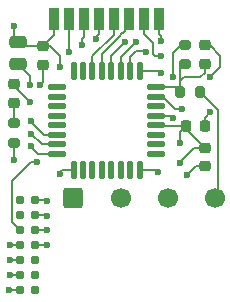
<source format=gbr>
%TF.GenerationSoftware,KiCad,Pcbnew,9.0.3*%
%TF.CreationDate,2025-07-11T23:11:04-05:00*%
%TF.ProjectId,Watch_PCB,57617463-685f-4504-9342-2e6b69636164,rev?*%
%TF.SameCoordinates,Original*%
%TF.FileFunction,Copper,L1,Top*%
%TF.FilePolarity,Positive*%
%FSLAX46Y46*%
G04 Gerber Fmt 4.6, Leading zero omitted, Abs format (unit mm)*
G04 Created by KiCad (PCBNEW 9.0.3) date 2025-07-11 23:11:04*
%MOMM*%
%LPD*%
G01*
G04 APERTURE LIST*
G04 Aperture macros list*
%AMRoundRect*
0 Rectangle with rounded corners*
0 $1 Rounding radius*
0 $2 $3 $4 $5 $6 $7 $8 $9 X,Y pos of 4 corners*
0 Add a 4 corners polygon primitive as box body*
4,1,4,$2,$3,$4,$5,$6,$7,$8,$9,$2,$3,0*
0 Add four circle primitives for the rounded corners*
1,1,$1+$1,$2,$3*
1,1,$1+$1,$4,$5*
1,1,$1+$1,$6,$7*
1,1,$1+$1,$8,$9*
0 Add four rect primitives between the rounded corners*
20,1,$1+$1,$2,$3,$4,$5,0*
20,1,$1+$1,$4,$5,$6,$7,0*
20,1,$1+$1,$6,$7,$8,$9,0*
20,1,$1+$1,$8,$9,$2,$3,0*%
G04 Aperture macros list end*
%TA.AperFunction,SMDPad,CuDef*%
%ADD10RoundRect,0.200000X-0.275000X0.200000X-0.275000X-0.200000X0.275000X-0.200000X0.275000X0.200000X0*%
%TD*%
%TA.AperFunction,SMDPad,CuDef*%
%ADD11RoundRect,0.125000X0.125000X0.625000X-0.125000X0.625000X-0.125000X-0.625000X0.125000X-0.625000X0*%
%TD*%
%TA.AperFunction,SMDPad,CuDef*%
%ADD12RoundRect,0.125000X0.625000X0.125000X-0.625000X0.125000X-0.625000X-0.125000X0.625000X-0.125000X0*%
%TD*%
%TA.AperFunction,SMDPad,CuDef*%
%ADD13R,0.900000X1.900000*%
%TD*%
%TA.AperFunction,SMDPad,CuDef*%
%ADD14RoundRect,0.225000X0.250000X-0.225000X0.250000X0.225000X-0.250000X0.225000X-0.250000X-0.225000X0*%
%TD*%
%TA.AperFunction,SMDPad,CuDef*%
%ADD15RoundRect,0.225000X0.225000X0.250000X-0.225000X0.250000X-0.225000X-0.250000X0.225000X-0.250000X0*%
%TD*%
%TA.AperFunction,SMDPad,CuDef*%
%ADD16RoundRect,0.250000X0.475000X-0.250000X0.475000X0.250000X-0.475000X0.250000X-0.475000X-0.250000X0*%
%TD*%
%TA.AperFunction,SMDPad,CuDef*%
%ADD17RoundRect,0.200000X0.200000X0.275000X-0.200000X0.275000X-0.200000X-0.275000X0.200000X-0.275000X0*%
%TD*%
%TA.AperFunction,SMDPad,CuDef*%
%ADD18RoundRect,0.200000X0.275000X-0.200000X0.275000X0.200000X-0.275000X0.200000X-0.275000X-0.200000X0*%
%TD*%
%TA.AperFunction,ComponentPad*%
%ADD19C,1.700000*%
%TD*%
%TA.AperFunction,ComponentPad*%
%ADD20RoundRect,0.250000X-0.600000X-0.600000X0.600000X-0.600000X0.600000X0.600000X-0.600000X0.600000X0*%
%TD*%
%TA.AperFunction,SMDPad,CuDef*%
%ADD21O,0.787000X0.787000*%
%TD*%
%TA.AperFunction,SMDPad,CuDef*%
%ADD22RoundRect,0.218750X-0.256250X0.218750X-0.256250X-0.218750X0.256250X-0.218750X0.256250X0.218750X0*%
%TD*%
%TA.AperFunction,SMDPad,CuDef*%
%ADD23RoundRect,0.225000X-0.250000X0.225000X-0.250000X-0.225000X0.250000X-0.225000X0.250000X0.225000X0*%
%TD*%
%TA.AperFunction,ViaPad*%
%ADD24C,0.600000*%
%TD*%
%TA.AperFunction,Conductor*%
%ADD25C,0.200000*%
%TD*%
G04 APERTURE END LIST*
D10*
%TO.P,1k1,1*%
%TO.N,Net-(D1-A)*%
X53200000Y-69925000D03*
%TO.P,1k1,2*%
%TO.N,Net-(U1-PB8)*%
X53200000Y-71575000D03*
%TD*%
D11*
%TO.P,U1,32,PB8*%
%TO.N,Net-(U1-PB8)*%
X63875000Y-73875000D03*
%TO.P,U1,31,PB7*%
%TO.N,unconnected-(U1-PB7-Pad31)*%
X63075000Y-73875000D03*
%TO.P,U1,30,PB6*%
%TO.N,unconnected-(U1-PB6-Pad30)*%
X62275000Y-73875000D03*
%TO.P,U1,29,PB5*%
%TO.N,unconnected-(U1-PB5-Pad29)*%
X61475000Y-73875000D03*
%TO.P,U1,28,PB4*%
%TO.N,unconnected-(U1-PB4-Pad28)*%
X60675000Y-73875000D03*
%TO.P,U1,27,PB3*%
%TO.N,unconnected-(U1-PB3-Pad27)*%
X59875000Y-73875000D03*
%TO.P,U1,26,PA15*%
%TO.N,unconnected-(U1-PA15-Pad26)*%
X59075000Y-73875000D03*
%TO.P,U1,25,PA14*%
%TO.N,Net-(U1-PA14)*%
X58275000Y-73875000D03*
D12*
%TO.P,U1,24,PA13*%
%TO.N,Net-(U1-PA13)*%
X56900000Y-72500000D03*
%TO.P,U1,23,PA10/PA12*%
%TO.N,Net-(J4-T_VCP_RX)*%
X56900000Y-71700000D03*
%TO.P,U1,22,PA9/PA11*%
%TO.N,Net-(J4-T_VCP_TX)*%
X56900000Y-70900000D03*
%TO.P,U1,21,NC/PA10*%
%TO.N,unconnected-(U1-NC{slash}PA10-Pad21)*%
X56900000Y-70100000D03*
%TO.P,U1,20,PC6*%
%TO.N,unconnected-(U1-PC6-Pad20)*%
X56900000Y-69300000D03*
%TO.P,U1,19,NC/PA9*%
%TO.N,unconnected-(U1-NC{slash}PA9-Pad19)*%
X56900000Y-68500000D03*
%TO.P,U1,18,PA8*%
%TO.N,unconnected-(U1-PA8-Pad18)*%
X56900000Y-67700000D03*
%TO.P,U1,17,PB2*%
%TO.N,unconnected-(U1-PB2-Pad17)*%
X56900000Y-66900000D03*
D11*
%TO.P,U1,16,PB1*%
%TO.N,unconnected-(U1-PB1-Pad16)*%
X58275000Y-65525000D03*
%TO.P,U1,15,PB0*%
%TO.N,unconnected-(U1-PB0-Pad15)*%
X59075000Y-65525000D03*
%TO.P,U1,14,PA7*%
%TO.N,Net-(U1-PA7)*%
X59875000Y-65525000D03*
%TO.P,U1,13,PA6*%
%TO.N,Net-(U1-PA6)*%
X60675000Y-65525000D03*
%TO.P,U1,12,PA5*%
%TO.N,Net-(U1-PA5)*%
X61475000Y-65525000D03*
%TO.P,U1,11,PA4*%
%TO.N,Net-(U1-PA4)*%
X62275000Y-65525000D03*
%TO.P,U1,10,PA3*%
%TO.N,Net-(U1-PA3)*%
X63075000Y-65525000D03*
%TO.P,U1,9,PA2*%
%TO.N,Net-(J4-T_NRST)*%
X63875000Y-65525000D03*
D12*
%TO.P,U1,8,PA1*%
%TO.N,Net-(U1-PA1)*%
X65250000Y-66900000D03*
%TO.P,U1,7,PA0*%
%TO.N,Net-(U1-PA0)*%
X65250000Y-67700000D03*
%TO.P,U1,6,PF2*%
%TO.N,unconnected-(U1-PF2-Pad6)*%
X65250000Y-68500000D03*
%TO.P,U1,5,VSS*%
%TO.N,GND*%
X65250000Y-69300000D03*
%TO.P,U1,4,VDD*%
%TO.N,+3.3V*%
X65250000Y-70100000D03*
%TO.P,U1,3,PC15*%
%TO.N,unconnected-(U1-PC15-Pad3)*%
X65250000Y-70900000D03*
%TO.P,U1,2,PC14*%
%TO.N,unconnected-(U1-PC14-Pad2)*%
X65250000Y-71700000D03*
%TO.P,U1,1,PB9*%
%TO.N,unconnected-(U1-PB9-Pad1)*%
X65250000Y-72500000D03*
%TD*%
D13*
%TO.P,U3,8,GND*%
%TO.N,GND*%
X65511600Y-61061500D03*
%TO.P,U3,7,IRQ*%
%TO.N,Net-(U1-PA0)*%
X64241600Y-61061500D03*
%TO.P,U3,6,MISO*%
%TO.N,Net-(U1-PA6)*%
X62971600Y-61061500D03*
%TO.P,U3,5,MOSI*%
%TO.N,Net-(U1-PA7)*%
X61701600Y-61061500D03*
%TO.P,U3,4,SCK*%
%TO.N,Net-(U1-PA5)*%
X60431600Y-61061500D03*
%TO.P,U3,3,CSN*%
%TO.N,Net-(U1-PA4)*%
X59161600Y-61061500D03*
%TO.P,U3,2,CE*%
%TO.N,Net-(U1-PA3)*%
X57891600Y-61061500D03*
%TO.P,U3,1,VCC*%
%TO.N,+3.3V*%
X56621600Y-61061500D03*
%TD*%
D14*
%TO.P,1uF1,1*%
%TO.N,GND*%
X69400000Y-73575000D03*
%TO.P,1uF1,2*%
%TO.N,+3.3V*%
X69400000Y-72025000D03*
%TD*%
D15*
%TO.P,100nF1,1*%
%TO.N,GND*%
X69375000Y-70150000D03*
%TO.P,100nF1,2*%
%TO.N,+3.3V*%
X67825000Y-70150000D03*
%TD*%
D16*
%TO.P,4.7uF1,1*%
%TO.N,GND*%
X53580000Y-64930000D03*
%TO.P,4.7uF1,2*%
%TO.N,+3.3V*%
X53580000Y-63030000D03*
%TD*%
D14*
%TO.P,100pF1,2*%
%TO.N,GND*%
X69400000Y-63325000D03*
%TO.P,100pF1,1*%
%TO.N,Net-(U1-PA1)*%
X69400000Y-64875000D03*
%TD*%
D17*
%TO.P,10k1,1*%
%TO.N,Net-(J3-PIEZO_SIG)*%
X68975000Y-67250000D03*
%TO.P,10k1,2*%
%TO.N,Net-(U1-PA1)*%
X67325000Y-67250000D03*
%TD*%
D18*
%TO.P,1M1,1*%
%TO.N,Net-(U1-PA1)*%
X67750000Y-64925000D03*
%TO.P,1M1,2*%
%TO.N,GND*%
X67750000Y-63275000D03*
%TD*%
D19*
%TO.P,J3,4,PIEZO_SIG*%
%TO.N,Net-(J3-PIEZO_SIG)*%
X70250000Y-76250000D03*
%TO.P,J3,3,PIEZO_GND*%
%TO.N,GND*%
X66250000Y-76250000D03*
%TO.P,J3,2,VBAT-*%
X62250000Y-76250000D03*
D20*
%TO.P,J3,1,VBAT+*%
%TO.N,+3.3V*%
X58250000Y-76250000D03*
%TD*%
D21*
%TO.P,J4,1,Reserved*%
%TO.N,unconnected-(J4-Reserved-Pad1)*%
X53730000Y-76440000D03*
%TO.P,J4,2,Reserved*%
%TO.N,unconnected-(J4-Reserved-Pad2)*%
X53730000Y-77710000D03*
%TO.P,J4,3,T_VCC*%
%TO.N,+3.3V*%
X53730000Y-78980000D03*
%TO.P,J4,4*%
%TO.N,Net-(U1-PA13)*%
X53730000Y-80250000D03*
%TO.P,J4,5,GND*%
%TO.N,GND*%
X53730000Y-81520000D03*
%TO.P,J4,6,T_JTDO/T_SWO*%
%TO.N,Net-(U1-PA14)*%
X53730000Y-82790000D03*
%TO.P,J4,7,GND*%
%TO.N,GND*%
X53730000Y-84060000D03*
%TO.P,J4,8,T_JTDO/T_SWO*%
%TO.N,unconnected-(J4-T_JTDO{slash}T_SWO-Pad8)*%
X55000000Y-84060000D03*
%TO.P,J4,9*%
%TO.N,unconnected-(J4-Pad9)*%
X55000000Y-82790000D03*
%TO.P,J4,10,T_JTDI/NC*%
%TO.N,unconnected-(J4-T_JTDI{slash}NC-Pad10)*%
X55000000Y-81520000D03*
%TO.P,J4,11,GNDDETECT*%
%TO.N,GND*%
X55000000Y-80250000D03*
%TO.P,J4,12,T_NRST*%
%TO.N,Net-(J4-T_NRST)*%
X55000000Y-78980000D03*
%TO.P,J4,13,T_VCP_RX*%
%TO.N,Net-(J4-T_VCP_RX)*%
X55000000Y-77710000D03*
%TO.P,J4,14,T_VCP_TX*%
%TO.N,Net-(J4-T_VCP_TX)*%
X55000000Y-76440000D03*
%TD*%
D22*
%TO.P,D1,1,K*%
%TO.N,GND*%
X53250000Y-66612500D03*
%TO.P,D1,2,A*%
%TO.N,Net-(D1-A)*%
X53250000Y-68187500D03*
%TD*%
D23*
%TO.P,100nF2,1*%
%TO.N,+3.3V*%
X55650000Y-63425000D03*
%TO.P,100nF2,2*%
%TO.N,GND*%
X55650000Y-64975000D03*
%TD*%
D24*
%TO.N,GND*%
X69860933Y-66034111D03*
X54550000Y-68100000D03*
X66700000Y-69500000D03*
%TO.N,Net-(U1-PB8)*%
X53250000Y-73000000D03*
X65450000Y-74050000D03*
%TO.N,+3.3V*%
X55200000Y-73200000D03*
%TO.N,GND*%
X54550000Y-66650000D03*
X55400000Y-66650000D03*
%TO.N,+3.3V*%
X57100000Y-65200000D03*
X53250000Y-61700000D03*
%TO.N,Net-(U1-PA4)*%
X63600000Y-63050000D03*
%TO.N,Net-(U1-PA5)*%
X62650000Y-63050000D03*
%TO.N,Net-(U1-PA3)*%
X64400000Y-63900000D03*
%TO.N,Net-(U1-PA0)*%
X67450000Y-68750000D03*
%TO.N,GND*%
X66725000Y-66000000D03*
X65700000Y-62950000D03*
%TO.N,Net-(J4-T_VCP_TX)*%
X54700000Y-69700000D03*
%TO.N,Net-(J4-T_VCP_RX)*%
X54700000Y-70800000D03*
%TO.N,GND*%
X69863235Y-68986765D03*
%TO.N,+3.3V*%
X67300000Y-73300000D03*
X67300000Y-71600000D03*
%TO.N,Net-(J4-T_NRST)*%
X65700000Y-65650000D03*
%TO.N,Net-(U1-PA14)*%
X57150000Y-74250000D03*
%TO.N,Net-(U1-PA13)*%
X54700000Y-71850000D03*
%TO.N,Net-(U1-PA0)*%
X65700000Y-64250000D03*
%TO.N,Net-(U1-PA5)*%
X60132821Y-62800769D03*
%TO.N,Net-(U1-PA4)*%
X59000000Y-63300000D03*
%TO.N,Net-(U1-PA3)*%
X57900000Y-63900000D03*
%TO.N,GND*%
X67850000Y-74350000D03*
%TO.N,Net-(J4-T_VCP_TX)*%
X56000000Y-76500000D03*
%TO.N,Net-(U1-PA13)*%
X52850000Y-80250000D03*
%TO.N,GND*%
X52810000Y-84060000D03*
%TO.N,Net-(J4-T_VCP_RX)*%
X56000000Y-77750000D03*
%TO.N,Net-(J4-T_NRST)*%
X56000000Y-79000000D03*
%TO.N,GND*%
X56000000Y-80250000D03*
%TO.N,Net-(U1-PA14)*%
X52850000Y-82790000D03*
%TO.N,GND*%
X52850000Y-81520000D03*
%TD*%
D25*
%TO.N,GND*%
X69375000Y-69475000D02*
X69863235Y-68986765D01*
X69375000Y-70150000D02*
X69375000Y-69475000D01*
X66725000Y-63950000D02*
X67400000Y-63275000D01*
X66725000Y-66000000D02*
X66725000Y-63950000D01*
%TO.N,Net-(U1-PA1)*%
X67325000Y-65000000D02*
X67400000Y-64925000D01*
X67325000Y-67250000D02*
X67325000Y-65000000D01*
%TO.N,GND*%
X53250000Y-66800000D02*
X54550000Y-68100000D01*
X53250000Y-66612500D02*
X53250000Y-66800000D01*
X66500000Y-69300000D02*
X66700000Y-69500000D01*
X65250000Y-69300000D02*
X66500000Y-69300000D01*
%TO.N,Net-(U1-PA5)*%
X61475000Y-64225000D02*
X62650000Y-63050000D01*
X61475000Y-65525000D02*
X61475000Y-64225000D01*
%TO.N,GND*%
X54512500Y-66612500D02*
X54550000Y-66650000D01*
%TO.N,Net-(D1-A)*%
X53250000Y-69875000D02*
X53250000Y-68187500D01*
%TO.N,Net-(U1-PB8)*%
X53250000Y-71525000D02*
X53250000Y-73000000D01*
X65275000Y-73875000D02*
X65450000Y-74050000D01*
X63875000Y-73875000D02*
X65275000Y-73875000D01*
%TO.N,GND*%
X54550000Y-65900000D02*
X54550000Y-66650000D01*
X53580000Y-64930000D02*
X54550000Y-65900000D01*
X55650000Y-66400000D02*
X55400000Y-66650000D01*
X55650000Y-64975000D02*
X55650000Y-66400000D01*
%TO.N,+3.3V*%
X56275000Y-63425000D02*
X55650000Y-63425000D01*
X57100000Y-64250000D02*
X56275000Y-63425000D01*
X57100000Y-65200000D02*
X57100000Y-64250000D01*
X53250000Y-61700000D02*
X53250000Y-61650000D01*
X53250000Y-62700000D02*
X53250000Y-62600000D01*
X53250000Y-62600000D02*
X53250000Y-61700000D01*
X53580000Y-63030000D02*
X53250000Y-62700000D01*
X55650000Y-63425000D02*
X53975000Y-63425000D01*
X53975000Y-63425000D02*
X53580000Y-63030000D01*
X56621600Y-62453400D02*
X55650000Y-63425000D01*
X56621600Y-61061500D02*
X56621600Y-62453400D01*
%TO.N,Net-(U1-PA4)*%
X59000000Y-62823200D02*
X59161600Y-62661600D01*
X59000000Y-63300000D02*
X59000000Y-62823200D01*
X59161600Y-62661600D02*
X59161600Y-61061500D01*
%TO.N,Net-(U1-PA5)*%
X60431600Y-62348400D02*
X60431600Y-61061500D01*
X60132821Y-62647179D02*
X60431600Y-62348400D01*
X60132821Y-62800769D02*
X60132821Y-62647179D01*
%TO.N,Net-(U1-PA3)*%
X57891600Y-62641600D02*
X57891600Y-61061500D01*
X57900000Y-62650000D02*
X57891600Y-62641600D01*
X57900000Y-63900000D02*
X57900000Y-62650000D01*
%TO.N,Net-(U1-PA5)*%
X62650000Y-63050000D02*
X62650000Y-63140000D01*
%TO.N,Net-(U1-PA4)*%
X62275000Y-64328353D02*
X62275000Y-65525000D01*
X62511586Y-64091767D02*
X62275000Y-64328353D01*
X63600000Y-63050000D02*
X62558233Y-64091767D01*
X62558233Y-64091767D02*
X62511586Y-64091767D01*
%TO.N,Net-(U1-PA3)*%
X63075000Y-64345000D02*
X63075000Y-65525000D01*
X63570000Y-63850000D02*
X63075000Y-64345000D01*
X64350000Y-63850000D02*
X63570000Y-63850000D01*
X64400000Y-63900000D02*
X64350000Y-63850000D01*
%TO.N,+3.3V*%
X68475000Y-72025000D02*
X68900000Y-72025000D01*
X67300000Y-73200000D02*
X68475000Y-72025000D01*
X67300000Y-73300000D02*
X67300000Y-73200000D01*
X67300000Y-70675000D02*
X67825000Y-70150000D01*
X67300000Y-71600000D02*
X67300000Y-70675000D01*
%TO.N,GND*%
X68625000Y-73575000D02*
X68900000Y-73575000D01*
X67850000Y-74350000D02*
X68625000Y-73575000D01*
%TO.N,Net-(U1-PA0)*%
X65000000Y-64050000D02*
X65150000Y-64200000D01*
X65150000Y-64200000D02*
X65150000Y-64250000D01*
X65000000Y-63150000D02*
X65000000Y-64050000D01*
X64241600Y-62391600D02*
X65000000Y-63150000D01*
X64241600Y-61061500D02*
X64241600Y-62391600D01*
%TO.N,Net-(U1-PA14)*%
X57295000Y-73875000D02*
X58275000Y-73875000D01*
X57150000Y-74020000D02*
X57295000Y-73875000D01*
X57150000Y-74250000D02*
X57150000Y-74020000D01*
%TO.N,GND*%
X65511600Y-62368400D02*
X65511600Y-61061500D01*
X65700000Y-62950000D02*
X65700000Y-62556800D01*
X65700000Y-62556800D02*
X65511600Y-62368400D01*
%TO.N,Net-(U1-PA0)*%
X65700000Y-64250000D02*
X65150000Y-64250000D01*
%TO.N,Net-(J4-T_NRST)*%
X65550000Y-65500000D02*
X63900000Y-65500000D01*
X65700000Y-65650000D02*
X65550000Y-65500000D01*
X63900000Y-65500000D02*
X63875000Y-65525000D01*
%TO.N,GND*%
X52810000Y-84060000D02*
X53730000Y-84060000D01*
%TO.N,Net-(U1-PA14)*%
X52850000Y-82790000D02*
X53730000Y-82790000D01*
%TO.N,GND*%
X52850000Y-81520000D02*
X53730000Y-81520000D01*
%TO.N,Net-(U1-PA13)*%
X53730000Y-80250000D02*
X52850000Y-80250000D01*
%TO.N,Net-(U1-PA1)*%
X69000000Y-66050000D02*
X69400000Y-65650000D01*
X67650000Y-66050000D02*
X69000000Y-66050000D01*
X69400000Y-65650000D02*
X69400000Y-64875000D01*
X67325000Y-66375000D02*
X67650000Y-66050000D01*
X67325000Y-67250000D02*
X67325000Y-66375000D01*
%TO.N,Net-(U1-PA6)*%
X62102600Y-62597400D02*
X62387500Y-62312500D01*
X62452600Y-62247400D02*
X62971600Y-61728400D01*
X62102600Y-62614500D02*
X62102600Y-62597400D01*
X60675000Y-64042100D02*
X62102600Y-62614500D01*
X60675000Y-65525000D02*
X60675000Y-64042100D01*
X62971600Y-61728400D02*
X62971600Y-61061500D01*
%TO.N,Net-(U1-PA7)*%
X59875000Y-64275000D02*
X61701600Y-62448400D01*
X61701600Y-62448400D02*
X61701600Y-61061500D01*
X59875000Y-65525000D02*
X59875000Y-64275000D01*
%TO.N,+3.3V*%
X67825000Y-70450000D02*
X69400000Y-72025000D01*
X67825000Y-70150000D02*
X67825000Y-70450000D01*
%TO.N,Net-(U1-PA13)*%
X54700000Y-71950000D02*
X54700000Y-71850000D01*
X55250000Y-72500000D02*
X54700000Y-71950000D01*
X54750000Y-71900000D02*
X54750000Y-72000000D01*
X54700000Y-71850000D02*
X54750000Y-71900000D01*
X55250000Y-72500000D02*
X56900000Y-72500000D01*
%TO.N,Net-(J4-T_VCP_RX)*%
X55600000Y-71700000D02*
X54700000Y-70800000D01*
X56900000Y-71700000D02*
X55600000Y-71700000D01*
%TO.N,Net-(J4-T_VCP_TX)*%
X55800000Y-70900000D02*
X56900000Y-70900000D01*
X54700000Y-69700000D02*
X54700000Y-69800000D01*
X54700000Y-69800000D02*
X55800000Y-70900000D01*
%TO.N,+3.3V*%
X65300000Y-70150000D02*
X65250000Y-70100000D01*
X67825000Y-70150000D02*
X65300000Y-70150000D01*
X65900000Y-70100000D02*
X65250000Y-70100000D01*
%TO.N,Net-(J3-PIEZO_SIG)*%
X70500000Y-68775000D02*
X68975000Y-67250000D01*
X70500000Y-76000000D02*
X70500000Y-68775000D01*
X70250000Y-76250000D02*
X70500000Y-76000000D01*
%TO.N,Net-(J4-T_NRST)*%
X63875000Y-65525000D02*
X64070000Y-65330000D01*
%TO.N,Net-(U1-PA1)*%
X66975000Y-66900000D02*
X65250000Y-66900000D01*
X67325000Y-67250000D02*
X66975000Y-66900000D01*
%TO.N,GND*%
X55000000Y-80250000D02*
X56000000Y-80250000D01*
%TO.N,Net-(J4-T_NRST)*%
X55980000Y-78980000D02*
X56000000Y-79000000D01*
X55000000Y-78980000D02*
X55980000Y-78980000D01*
%TO.N,Net-(J4-T_VCP_RX)*%
X55960000Y-77710000D02*
X56000000Y-77750000D01*
X55000000Y-77710000D02*
X55960000Y-77710000D01*
%TO.N,Net-(J4-T_VCP_TX)*%
X55940000Y-76440000D02*
X56000000Y-76500000D01*
X55000000Y-76440000D02*
X55940000Y-76440000D01*
%TO.N,Net-(U1-PA0)*%
X66900000Y-68750000D02*
X65850000Y-67700000D01*
X67450000Y-68750000D02*
X66900000Y-68750000D01*
X65850000Y-67700000D02*
X65250000Y-67700000D01*
%TO.N,+3.3V*%
X55200000Y-73200000D02*
X54650000Y-73200000D01*
X54650000Y-73200000D02*
X53030000Y-74820000D01*
X53030000Y-74820000D02*
X53030000Y-78280000D01*
X53030000Y-78280000D02*
X53730000Y-78980000D01*
%TO.N,GND*%
X69825000Y-63325000D02*
X69400000Y-63325000D01*
X70700000Y-65195044D02*
X70700000Y-64200000D01*
X69860933Y-66034111D02*
X70700000Y-65195044D01*
X70700000Y-64200000D02*
X69825000Y-63325000D01*
%TD*%
M02*

</source>
